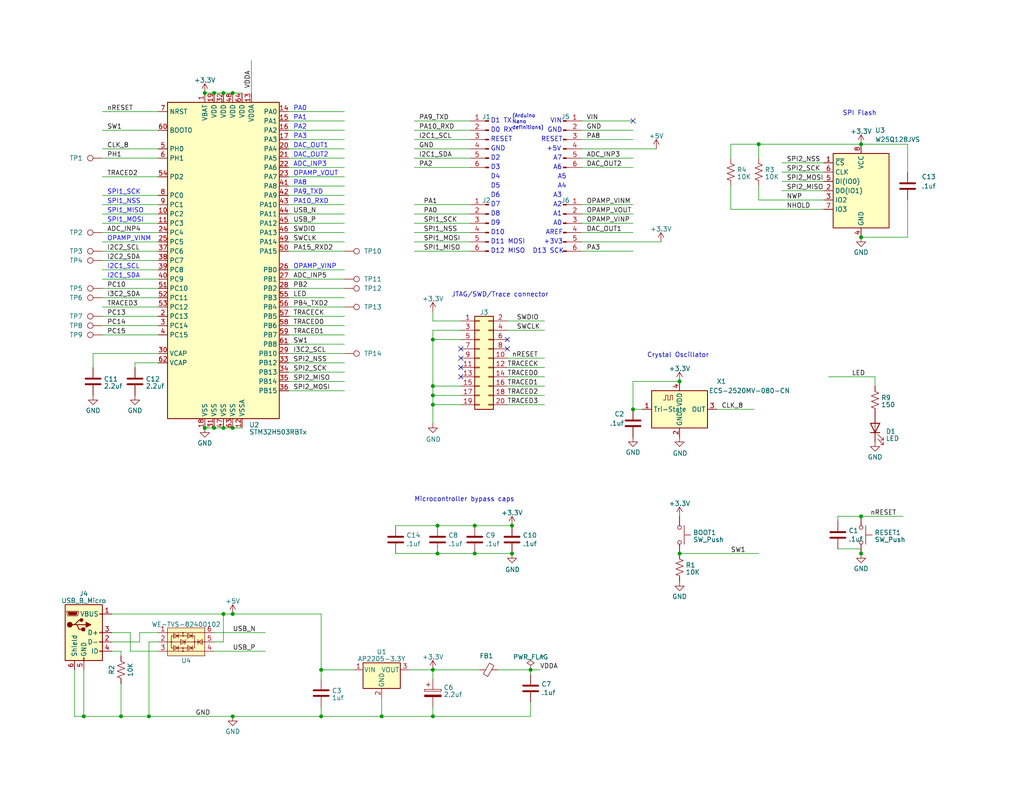
<source format=kicad_sch>
(kicad_sch (version 20230121) (generator eeschema)
  (paper "A")
  (title_block (title "STM32H503RB test board") (date "2023-04-01") (rev "0.1") (company "Bear Metal") (comment 1 "engdahl@windstream.net"))
  (lib_symbols
    (symbol "BearMetal:STM32H503RBTx"
      (property "Reference" "U" (at -15.24 44.45 0))
      (property "Value" "STM32H503RBTx" (at 10.16 44.45 0))
      (symbol "STM32H503RBTx_1_1"
        (pin power_in line (at -5.08 45.72 270) (length 2.54) (name "VBAT") (number "1"))
        (pin bidirectional line (at -17.78 12.7 0) (length 2.54) (name "PC2") (number "10"))
        (pin bidirectional line (at -17.78 10.16 0) (length 2.54) (name "PC3") (number "11"))
        (pin power_in line (at 5.08 -45.72 90) (length 2.54) (name "VSSA") (number "12"))
        (pin power_in line (at 7.62 45.72 270) (length 2.54) (name "VDDA") (number "13"))
        (pin bidirectional line (at 17.78 40.64 180) (length 2.54) (name "PA0") (number "14"))
        (pin bidirectional line (at 17.78 38.1 180) (length 2.54) (name "PA1") (number "15"))
        (pin bidirectional line (at 17.78 35.56 180) (length 2.54) (name "PA2") (number "16"))
        (pin bidirectional line (at 17.78 33.02 180) (length 2.54) (name "PA3") (number "17"))
        (pin power_in line (at -5.08 -45.72 90) (length 2.54) (name "VSS") (number "18"))
        (pin power_in line (at -2.54 45.72 270) (length 2.54) (name "VDD") (number "19"))
        (pin bidirectional line (at -17.78 -15.24 0) (length 2.54) (name "PC13") (number "2"))
        (pin bidirectional line (at 17.78 30.48 180) (length 2.54) (name "PA4") (number "20"))
        (pin bidirectional line (at 17.78 27.94 180) (length 2.54) (name "PA5") (number "21"))
        (pin bidirectional line (at 17.78 25.4 180) (length 2.54) (name "PA6") (number "22"))
        (pin bidirectional line (at 17.78 22.86 180) (length 2.54) (name "PA7") (number "23"))
        (pin bidirectional line (at -17.78 7.62 0) (length 2.54) (name "PC4") (number "24"))
        (pin bidirectional line (at -17.78 5.08 0) (length 2.54) (name "PC5") (number "25"))
        (pin bidirectional line (at 17.78 -2.54 180) (length 2.54) (name "PB0") (number "26"))
        (pin bidirectional line (at 17.78 -5.08 180) (length 2.54) (name "PB1") (number "27"))
        (pin bidirectional line (at 17.78 -7.62 180) (length 2.54) (name "PB2") (number "28"))
        (pin bidirectional line (at 17.78 -25.4 180) (length 2.54) (name "PB10") (number "29"))
        (pin bidirectional line (at -17.78 -17.78 0) (length 2.54) (name "PC14") (number "3"))
        (pin power_out line (at -17.78 -25.4 0) (length 2.54) (name "VCAP") (number "30"))
        (pin passive line (at -2.54 -45.72 90) (length 2.54) (name "VSS") (number "31"))
        (pin power_in line (at 0 45.72 270) (length 2.54) (name "VDD") (number "32"))
        (pin bidirectional line (at 17.78 -27.94 180) (length 2.54) (name "PB12") (number "33"))
        (pin bidirectional line (at 17.78 -30.48 180) (length 2.54) (name "PB13") (number "34"))
        (pin bidirectional line (at 17.78 -33.02 180) (length 2.54) (name "PB14") (number "35"))
        (pin bidirectional line (at 17.78 -35.56 180) (length 2.54) (name "PB15") (number "36"))
        (pin bidirectional line (at -17.78 2.54 0) (length 2.54) (name "PC6") (number "37"))
        (pin bidirectional line (at -17.78 0 0) (length 2.54) (name "PC7") (number "38"))
        (pin bidirectional line (at -17.78 -2.54 0) (length 2.54) (name "PC8") (number "39"))
        (pin bidirectional line (at -17.78 -20.32 0) (length 2.54) (name "PC15") (number "4"))
        (pin bidirectional line (at -17.78 -5.08 0) (length 2.54) (name "PC9") (number "40"))
        (pin bidirectional line (at 17.78 20.32 180) (length 2.54) (name "PA8") (number "41"))
        (pin bidirectional line (at 17.78 17.78 180) (length 2.54) (name "PA9") (number "42"))
        (pin bidirectional line (at 17.78 15.24 180) (length 2.54) (name "PA10") (number "43"))
        (pin bidirectional line (at 17.78 12.7 180) (length 2.54) (name "PA11") (number "44"))
        (pin bidirectional line (at 17.78 10.16 180) (length 2.54) (name "PA12") (number "45"))
        (pin bidirectional line (at 17.78 7.62 180) (length 2.54) (name "PA13") (number "46"))
        (pin passive line (at 0 -45.72 90) (length 2.54) (name "VSS") (number "47"))
        (pin power_in line (at 2.54 45.72 270) (length 2.54) (name "VDD") (number "48"))
        (pin bidirectional line (at 17.78 5.08 180) (length 2.54) (name "PA14") (number "49"))
        (pin bidirectional line (at -17.78 30.48 0) (length 2.54) (name "PH0") (number "5"))
        (pin bidirectional line (at 17.78 2.54 180) (length 2.54) (name "PA15") (number "50"))
        (pin bidirectional line (at -17.78 -7.62 0) (length 2.54) (name "PC10") (number "51"))
        (pin bidirectional line (at -17.78 -10.16 0) (length 2.54) (name "PC11") (number "52"))
        (pin bidirectional line (at -17.78 -12.7 0) (length 2.54) (name "PC12") (number "53"))
        (pin bidirectional line (at -17.78 22.86 0) (length 2.54) (name "PD2") (number "54"))
        (pin bidirectional line (at 17.78 -10.16 180) (length 2.54) (name "PB3") (number "55"))
        (pin bidirectional line (at 17.78 -12.7 180) (length 2.54) (name "PB4") (number "56"))
        (pin bidirectional line (at 17.78 -15.24 180) (length 2.54) (name "PB5") (number "57"))
        (pin bidirectional line (at 17.78 -17.78 180) (length 2.54) (name "PB6") (number "58"))
        (pin bidirectional line (at 17.78 -20.32 180) (length 2.54) (name "PB7") (number "59"))
        (pin bidirectional line (at -17.78 27.94 0) (length 2.54) (name "PH1") (number "6"))
        (pin input line (at -17.78 35.56 0) (length 2.54) (name "BOOT0") (number "60"))
        (pin bidirectional line (at 17.78 -22.86 180) (length 2.54) (name "PB8") (number "61"))
        (pin power_out line (at -17.78 -27.94 0) (length 2.54) (name "VCAP") (number "62"))
        (pin passive line (at 2.54 -45.72 90) (length 2.54) (name "VSS") (number "63"))
        (pin power_in line (at 5.08 45.72 270) (length 2.54) (name "VDD") (number "64"))
        (pin input line (at -17.78 40.64 0) (length 2.54) (name "NRST") (number "7"))
        (pin bidirectional line (at -17.78 17.78 0) (length 2.54) (name "PC0") (number "8"))
        (pin bidirectional line (at -17.78 15.24 0) (length 2.54) (name "PC1") (number "9"))
      )
    )
    (symbol "Connector:Conn_01x06_Pin" (pin_names (offset 1.016) hide)
      (property "Reference" "J" (at 0 7.62 0))
      (property "Value" "Conn_01x06_Pin" (at 0 -10.16 0))
      (symbol "Conn_01x06_Pin_1_1"
        (pin passive line (at 5.08 5.08 180) (length 3.81) (name "Pin_1") (number "1"))
        (pin passive line (at 5.08 2.54 180) (length 3.81) (name "Pin_2") (number "2"))
        (pin passive line (at 5.08 0 180) (length 3.81) (name "Pin_3") (number "3"))
        (pin passive line (at 5.08 -2.54 180) (length 3.81) (name "Pin_4") (number "4"))
        (pin passive line (at 5.08 -5.08 180) (length 3.81) (name "Pin_5") (number "5"))
        (pin passive line (at 5.08 -7.62 180) (length 3.81) (name "Pin_6") (number "6"))
      )
    )
    (symbol "Connector:TestPoint" (pin_numbers hide) (pin_names (offset 0.762) hide)
      (property "Reference" "TP" (at 0 6.858 0))
      (property "Value" "TestPoint" (at 0 5.08 0))
      (symbol "TestPoint_1_1"
        (pin passive line (at 0 0 90) (length 2.54) (name "1") (number "1"))
      )
    )
    (symbol "Connector:USB_B_Micro" (pin_names (offset 1.016))
      (property "Reference" "J" (at -5.08 11.43 0))
      (property "Value" "USB_B_Micro" (at -5.08 8.89 0))
      (symbol "USB_B_Micro_1_1"
        (pin power_out line (at 7.62 5.08 180) (length 2.54) (name "VBUS") (number "1"))
        (pin bidirectional line (at 7.62 -2.54 180) (length 2.54) (name "D-") (number "2"))
        (pin bidirectional line (at 7.62 0 180) (length 2.54) (name "D+") (number "3"))
        (pin passive line (at 7.62 -5.08 180) (length 2.54) (name "ID") (number "4"))
        (pin power_out line (at 0 -10.16 90) (length 2.54) (name "GND") (number "5"))
        (pin passive line (at -2.54 -10.16 90) (length 2.54) (name "Shield") (number "6"))
      )
    )
    (symbol "Connector_Generic:Conn_02x10_Odd_Even" (pin_names (offset 1.016) hide)
      (property "Reference" "J" (at 1.27 12.7 0))
      (property "Value" "Conn_02x10_Odd_Even" (at 1.27 -15.24 0))
      (symbol "Conn_02x10_Odd_Even_1_1"
        (pin passive line (at -5.08 10.16 0) (length 3.81) (name "Pin_1") (number "1"))
        (pin passive line (at 7.62 0 180) (length 3.81) (name "Pin_10") (number "10"))
        (pin passive line (at -5.08 -2.54 0) (length 3.81) (name "Pin_11") (number "11"))
        (pin passive line (at 7.62 -2.54 180) (length 3.81) (name "Pin_12") (number "12"))
        (pin passive line (at -5.08 -5.08 0) (length 3.81) (name "Pin_13") (number "13"))
        (pin passive line (at 7.62 -5.08 180) (length 3.81) (name "Pin_14") (number "14"))
        (pin passive line (at -5.08 -7.62 0) (length 3.81) (name "Pin_15") (number "15"))
        (pin passive line (at 7.62 -7.62 180) (length 3.81) (name "Pin_16") (number "16"))
        (pin passive line (at -5.08 -10.16 0) (length 3.81) (name "Pin_17") (number "17"))
        (pin passive line (at 7.62 -10.16 180) (length 3.81) (name "Pin_18") (number "18"))
        (pin passive line (at -5.08 -12.7 0) (length 3.81) (name "Pin_19") (number "19"))
        (pin passive line (at 7.62 10.16 180) (length 3.81) (name "Pin_2") (number "2"))
        (pin passive line (at 7.62 -12.7 180) (length 3.81) (name "Pin_20") (number "20"))
        (pin passive line (at -5.08 7.62 0) (length 3.81) (name "Pin_3") (number "3"))
        (pin passive line (at 7.62 7.62 180) (length 3.81) (name "Pin_4") (number "4"))
        (pin passive line (at -5.08 5.08 0) (length 3.81) (name "Pin_5") (number "5"))
        (pin passive line (at 7.62 5.08 180) (length 3.81) (name "Pin_6") (number "6"))
        (pin passive line (at -5.08 2.54 0) (length 3.81) (name "Pin_7") (number "7"))
        (pin passive line (at 7.62 2.54 180) (length 3.81) (name "Pin_8") (number "8"))
        (pin passive line (at -5.08 0 0) (length 3.81) (name "Pin_9") (number "9"))
      )
    )
    (symbol "Device:C" (pin_numbers hide) (pin_names (offset 0.254))
      (property "Reference" "C" (at 0.635 2.54 0))
      (property "Value" "C" (at 0.635 -2.54 0))
      (symbol "C_1_1"
        (pin passive line (at 0 3.81 270) (length 2.794) (name "~") (number "1"))
        (pin passive line (at 0 -3.81 90) (length 2.794) (name "~") (number "2"))
      )
    )
    (symbol "Device:C_Polarized" (pin_numbers hide) (pin_names (offset 0.254))
      (property "Reference" "C" (at 0.635 2.54 0))
      (property "Value" "C_Polarized" (at 0.635 -2.54 0))
      (symbol "C_Polarized_1_1"
        (pin passive line (at 0 3.81 270) (length 2.794) (name "~") (number "1"))
        (pin passive line (at 0 -3.81 90) (length 2.794) (name "~") (number "2"))
      )
    )
    (symbol "Device:FerriteBead_Small" (pin_numbers hide) (pin_names (offset 0))
      (property "Reference" "FB" (at 1.905 1.27 0))
      (property "Value" "FerriteBead_Small" (at 1.905 -1.27 0))
      (symbol "FerriteBead_Small_1_1"
        (pin passive line (at 0 2.54 270) (length 1.27) (name "~") (number "1"))
        (pin passive line (at 0 -2.54 90) (length 1.27) (name "~") (number "2"))
      )
    )
    (symbol "Device:LED" (pin_numbers hide) (pin_names (offset 1.016) hide)
      (property "Reference" "D" (at 0 2.54 0))
      (property "Value" "LED" (at 0 -2.54 0))
      (symbol "LED_1_1"
        (pin passive line (at -3.81 0 0) (length 2.54) (name "K") (number "1"))
        (pin passive line (at 3.81 0 180) (length 2.54) (name "A") (number "2"))
      )
    )
    (symbol "Device:R_US" (pin_numbers hide) (pin_names (offset 0))
      (property "Reference" "R" (at 2.54 0 90))
      (property "Value" "R_US" (at -2.54 0 90))
      (symbol "R_US_1_1"
        (pin passive line (at 0 3.81 270) (length 1.27) (name "~") (number "1"))
        (pin passive line (at 0 -3.81 90) (length 1.27) (name "~") (number "2"))
      )
    )
    (symbol "Memory_Flash:W25Q128JVS"
      (property "Reference" "U" (at -8.89 8.89 0))
      (property "Value" "W25Q128JVS" (at 7.62 8.89 0))
      (symbol "W25Q128JVS_1_1"
        (pin input line (at -10.16 7.62 0) (length 2.54) (name "~{CS}") (number "1"))
        (pin bidirectional line (at -10.16 0 0) (length 2.54) (name "DO(IO1)") (number "2"))
        (pin bidirectional line (at -10.16 -2.54 0) (length 2.54) (name "IO2") (number "3"))
        (pin power_in line (at 0 -12.7 90) (length 2.54) (name "GND") (number "4"))
        (pin bidirectional line (at -10.16 2.54 0) (length 2.54) (name "DI(IO0)") (number "5"))
        (pin input line (at -10.16 5.08 0) (length 2.54) (name "CLK") (number "6"))
        (pin bidirectional line (at -10.16 -5.08 0) (length 2.54) (name "IO3") (number "7"))
        (pin power_in line (at 0 12.7 270) (length 2.54) (name "VCC") (number "8"))
      )
    )
    (symbol "Oscillator:ECS-2520MV-xxx-xx"
      (property "Reference" "X" (at -5.08 6.35 0))
      (property "Value" "ECS-2520MV-xxx-xx" (at 1.27 -6.35 0))
      (symbol "ECS-2520MV-xxx-xx_1_1"
        (pin input line (at -10.16 0 0) (length 2.54) (name "Tri-State") (number "1"))
        (pin power_in line (at 0 -7.62 90) (length 2.54) (name "GND") (number "2"))
        (pin output line (at 10.16 0 180) (length 2.54) (name "OUT") (number "3"))
        (pin power_in line (at 0 7.62 270) (length 2.54) (name "VDD") (number "4"))
      )
    )
    (symbol "Power_Protection:WE-TVS-82400102"
      (property "Reference" "U" (at 0 7.62 0))
      (property "Value" "WE-TVS-82400102" (at 0 5.08 0))
      (symbol "WE-TVS-82400102_1_1"
        (pin passive line (at -7.62 2.54 0) (length 2.54) (name "~") (number "1"))
        (pin passive line (at -7.62 0 0) (length 2.54) (name "~") (number "2"))
        (pin passive line (at -7.62 -2.54 0) (length 2.54) (name "~") (number "3"))
        (pin passive line (at 7.62 -2.54 180) (length 2.54) (name "~") (number "4"))
        (pin passive line (at 7.62 0 180) (length 2.54) (name "~") (number "5"))
        (pin passive line (at 7.62 2.54 180) (length 2.54) (name "~") (number "6"))
      )
    )
    (symbol "Regulator_Linear:AP2204R-3.3" (pin_names (offset 0.254))
      (property "Reference" "U" (at -5.08 3.175 0))
      (property "Value" "AP2204R-3.3" (at 0 3.175 0))
      (symbol "AP2204R-3.3_1_1"
        (pin power_in line (at -7.62 0 0) (length 2.54) (name "VIN") (number "1"))
        (pin power_in line (at 0 -7.62 90) (length 2.54) (name "GND") (number "2"))
        (pin power_out line (at 7.62 0 180) (length 2.54) (name "VOUT") (number "3"))
      )
    )
    (symbol "Switch:SW_Push" (pin_numbers hide) (pin_names (offset 1.016) hide)
      (property "Reference" "SW" (at 1.27 2.54 0))
      (property "Value" "SW_Push" (at 0 -1.524 0))
      (symbol "SW_Push_0_1"
        (pin passive line (at -5.08 0 0) (length 2.54) (name "1") (number "1"))
        (pin passive line (at 5.08 0 180) (length 2.54) (name "2") (number "2"))
      )
    )
    (symbol "power:+3.3V" (power) (pin_names (offset 0))
      (property "Value" "+3.3V" (at 0 3.556 0))
      (symbol "+3.3V_1_1"
        (pin power_in line (at 0 0 90) (length 0) hide (name "+3.3V") (number "1"))
      )
    )
    (symbol "power:+5V" (power) (pin_names (offset 0))
      (property "Value" "+5V" (at 0 3.556 0))
      (symbol "+5V_1_1"
        (pin power_in line (at 0 0 90) (length 0) hide (name "+5V") (number "1"))
      )
    )
    (symbol "power:GND" (power) (pin_names (offset 0))
      (property "Value" "GND" (at 0 -3.81 0))
      (symbol "GND_1_1"
        (pin power_in line (at 0 0 270) (length 0) hide (name "GND") (number "1"))
      )
    )
    (symbol "power:PWR_FLAG" (power) (pin_numbers hide) (pin_names (offset 0) hide)
      (property "Value" "PWR_FLAG" (at 0 3.81 0))
      (symbol "PWR_FLAG_0_0"
        (pin power_out line (at 0 0 90) (length 0) (name "pwr") (number "1"))
      )
    )
  )
  (junction (at 60.96 25.4))
  (junction (at 234.95 64.77))
  (junction (at 139.7 151.13))
  (junction (at 234.95 39.37))
  (junction (at 118.11 110.49))
  (junction (at 63.5 195.58))
  (junction (at 87.63 195.58))
  (junction (at 119.38 151.13))
  (junction (at 55.88 25.4))
  (junction (at 63.5 25.4))
  (junction (at 60.96 116.84))
  (junction (at 58.42 25.4))
  (junction (at 118.11 195.58))
  (junction (at 185.42 104.14))
  (junction (at 129.54 151.13))
  (junction (at 63.5 167.64))
  (junction (at 40.64 195.58))
  (junction (at 118.11 105.41))
  (junction (at 87.63 182.88))
  (junction (at 234.95 140.97))
  (junction (at 172.72 111.76))
  (junction (at 58.42 116.84))
  (junction (at 33.02 195.58))
  (junction (at 60.96 167.64))
  (junction (at 185.42 151.13))
  (junction (at 118.11 182.88))
  (junction (at 207.01 39.37))
  (junction (at 119.38 143.51))
  (junction (at 129.54 143.51))
  (junction (at 22.86 195.58))
  (junction (at 118.11 92.71))
  (junction (at 55.88 116.84))
  (junction (at 234.95 151.13))
  (junction (at 139.7 143.51))
  (junction (at 118.11 107.95))
  (junction (at 104.14 195.58))
  (junction (at 63.5 116.84))
  (junction (at 144.78 182.88))
  (no_connect (at 138.43 92.71))
  (no_connect (at 125.73 97.79))
  (no_connect (at 172.72 33.02))
  (no_connect (at 125.73 95.25))
  (no_connect (at 125.73 102.87))
  (no_connect (at 138.43 95.25))
  (no_connect (at 125.73 100.33))
  (wire (pts (xy 118.11 182.88) (xy 118.11 185.42)))
  (wire (pts (xy 78.74 93.98) (xy 93.98 93.98)))
  (wire (pts (xy 78.74 35.56) (xy 93.98 35.56)))
  (wire (pts (xy 113.03 60.96) (xy 128.27 60.96)))
  (wire (pts (xy 158.75 68.58) (xy 172.72 68.58)))
  (wire (pts (xy 138.43 110.49) (xy 148.59 110.49)))
  (wire (pts (xy 78.74 63.5) (xy 93.98 63.5)))
  (wire (pts (xy 158.75 60.96) (xy 172.72 60.96)))
  (wire (pts (xy 158.75 66.04) (xy 180.34 66.04)))
  (wire (pts (xy 27.94 48.26) (xy 43.18 48.26)))
  (wire (pts (xy 158.75 45.72) (xy 172.72 45.72)))
  (wire (pts (xy 60.96 167.64) (xy 63.5 167.64)))
  (wire (pts (xy 40.64 175.26) (xy 40.64 195.58)))
  (wire (pts (xy 63.5 25.4) (xy 66.04 25.4)))
  (wire (pts (xy 27.94 30.48) (xy 43.18 30.48)))
  (wire (pts (xy 78.74 43.18) (xy 93.98 43.18)))
  (wire (pts (xy 113.03 45.72) (xy 128.27 45.72)))
  (wire (pts (xy 138.43 107.95) (xy 148.59 107.95)))
  (wire (pts (xy 33.02 186.69) (xy 33.02 195.58)))
  (wire (pts (xy 199.39 39.37) (xy 199.39 43.18)))
  (wire (pts (xy 129.54 151.13) (xy 139.7 151.13)))
  (wire (pts (xy 78.74 55.88) (xy 93.98 55.88)))
  (wire (pts (xy 78.74 38.1) (xy 93.98 38.1)))
  (wire (pts (xy 104.14 195.58) (xy 118.11 195.58)))
  (wire (pts (xy 104.14 190.5) (xy 104.14 195.58)))
  (wire (pts (xy 113.03 66.04) (xy 128.27 66.04)))
  (wire (pts (xy 63.5 116.84) (xy 66.04 116.84)))
  (wire (pts (xy 207.01 39.37) (xy 207.01 43.18)))
  (wire (pts (xy 125.73 107.95) (xy 118.11 107.95)))
  (wire (pts (xy 27.94 78.74) (xy 43.18 78.74)))
  (wire (pts (xy 113.03 43.18) (xy 128.27 43.18)))
  (wire (pts (xy 63.5 167.64) (xy 87.63 167.64)))
  (wire (pts (xy 78.74 48.26) (xy 93.98 48.26)))
  (wire (pts (xy 147.32 182.88) (xy 144.78 182.88)))
  (wire (pts (xy 148.59 90.17) (xy 138.43 90.17)))
  (wire (pts (xy 213.36 44.45) (xy 224.79 44.45)))
  (wire (pts (xy 35.56 177.8) (xy 43.18 177.8)))
  (wire (pts (xy 22.86 195.58) (xy 33.02 195.58)))
  (wire (pts (xy 125.73 105.41) (xy 118.11 105.41)))
  (wire (pts (xy 113.03 35.56) (xy 128.27 35.56)))
  (wire (pts (xy 27.94 76.2) (xy 43.18 76.2)))
  (wire (pts (xy 129.54 143.51) (xy 139.7 143.51)))
  (wire (pts (xy 228.6 142.24) (xy 228.6 140.97)))
  (wire (pts (xy 87.63 182.88) (xy 96.52 182.88)))
  (wire (pts (xy 113.03 63.5) (xy 128.27 63.5)))
  (wire (pts (xy 60.96 25.4) (xy 63.5 25.4)))
  (wire (pts (xy 113.03 68.58) (xy 128.27 68.58)))
  (wire (pts (xy 247.65 54.61) (xy 247.65 64.77)))
  (wire (pts (xy 158.75 43.18) (xy 172.72 43.18)))
  (wire (pts (xy 158.75 40.64) (xy 179.07 40.64)))
  (wire (pts (xy 87.63 193.04) (xy 87.63 195.58)))
  (wire (pts (xy 78.74 76.2) (xy 93.98 76.2)))
  (wire (pts (xy 234.95 39.37) (xy 207.01 39.37)))
  (wire (pts (xy 78.74 91.44) (xy 93.98 91.44)))
  (wire (pts (xy 27.94 35.56) (xy 43.18 35.56)))
  (wire (pts (xy 87.63 195.58) (xy 104.14 195.58)))
  (wire (pts (xy 247.65 39.37) (xy 234.95 39.37)))
  (wire (pts (xy 63.5 195.58) (xy 87.63 195.58)))
  (wire (pts (xy 27.94 83.82) (xy 43.18 83.82)))
  (wire (pts (xy 199.39 57.15) (xy 224.79 57.15)))
  (wire (pts (xy 58.42 25.4) (xy 60.96 25.4)))
  (wire (pts (xy 20.32 195.58) (xy 22.86 195.58)))
  (wire (pts (xy 228.6 140.97) (xy 234.95 140.97)))
  (wire (pts (xy 158.75 58.42) (xy 172.72 58.42)))
  (wire (pts (xy 213.36 49.53) (xy 224.79 49.53)))
  (wire (pts (xy 207.01 54.61) (xy 224.79 54.61)))
  (wire (pts (xy 118.11 92.71) (xy 118.11 105.41)))
  (wire (pts (xy 55.88 116.84) (xy 58.42 116.84)))
  (wire (pts (xy 68.58 16.51) (xy 68.58 25.4)))
  (wire (pts (xy 58.42 172.72) (xy 72.39 172.72)))
  (wire (pts (xy 27.94 73.66) (xy 43.18 73.66)))
  (wire (pts (xy 118.11 90.17) (xy 118.11 92.71)))
  (wire (pts (xy 138.43 97.79) (xy 148.59 97.79)))
  (wire (pts (xy 118.11 195.58) (xy 144.78 195.58)))
  (wire (pts (xy 138.43 105.41) (xy 148.59 105.41)))
  (wire (pts (xy 118.11 193.04) (xy 118.11 195.58)))
  (wire (pts (xy 27.94 91.44) (xy 43.18 91.44)))
  (wire (pts (xy 144.78 184.15) (xy 144.78 182.88)))
  (wire (pts (xy 40.64 195.58) (xy 63.5 195.58)))
  (wire (pts (xy 113.03 40.64) (xy 128.27 40.64)))
  (wire (pts (xy 60.96 116.84) (xy 63.5 116.84)))
  (wire (pts (xy 35.56 172.72) (xy 35.56 177.8)))
  (wire (pts (xy 138.43 100.33) (xy 148.59 100.33)))
  (wire (pts (xy 119.38 143.51) (xy 129.54 143.51)))
  (wire (pts (xy 118.11 110.49) (xy 125.73 110.49)))
  (wire (pts (xy 207.01 50.8) (xy 207.01 54.61)))
  (wire (pts (xy 60.96 167.64) (xy 60.96 175.26)))
  (wire (pts (xy 36.83 99.06) (xy 43.18 99.06)))
  (wire (pts (xy 30.48 175.26) (xy 38.1 175.26)))
  (wire (pts (xy 27.94 81.28) (xy 43.18 81.28)))
  (wire (pts (xy 78.74 104.14) (xy 93.98 104.14)))
  (wire (pts (xy 27.94 66.04) (xy 43.18 66.04)))
  (wire (pts (xy 30.48 177.8) (xy 33.02 177.8)))
  (wire (pts (xy 78.74 30.48) (xy 93.98 30.48)))
  (wire (pts (xy 30.48 172.72) (xy 35.56 172.72)))
  (wire (pts (xy 78.74 58.42) (xy 93.98 58.42)))
  (wire (pts (xy 213.36 52.07) (xy 224.79 52.07)))
  (wire (pts (xy 234.95 149.86) (xy 234.95 151.13)))
  (wire (pts (xy 226.06 102.87) (xy 238.76 102.87)))
  (wire (pts (xy 144.78 195.58) (xy 144.78 191.77)))
  (wire (pts (xy 195.58 111.76) (xy 205.74 111.76)))
  (wire (pts (xy 22.86 182.88) (xy 22.86 195.58)))
  (wire (pts (xy 78.74 33.02) (xy 93.98 33.02)))
  (wire (pts (xy 207.01 39.37) (xy 199.39 39.37)))
  (wire (pts (xy 158.75 33.02) (xy 172.72 33.02)))
  (wire (pts (xy 238.76 102.87) (xy 238.76 105.41)))
  (wire (pts (xy 172.72 104.14) (xy 172.72 111.76)))
  (wire (pts (xy 113.03 33.02) (xy 128.27 33.02)))
  (wire (pts (xy 27.94 86.36) (xy 43.18 86.36)))
  (wire (pts (xy 199.39 50.8) (xy 199.39 57.15)))
  (wire (pts (xy 78.74 101.6) (xy 93.98 101.6)))
  (wire (pts (xy 87.63 185.42) (xy 87.63 182.88)))
  (wire (pts (xy 78.74 53.34) (xy 93.98 53.34)))
  (wire (pts (xy 158.75 38.1) (xy 172.72 38.1)))
  (wire (pts (xy 158.75 63.5) (xy 172.72 63.5)))
  (wire (pts (xy 172.72 111.76) (xy 175.26 111.76)))
  (wire (pts (xy 78.74 73.66) (xy 93.98 73.66)))
  (wire (pts (xy 118.11 105.41) (xy 118.11 107.95)))
  (wire (pts (xy 111.76 182.88) (xy 118.11 182.88)))
  (wire (pts (xy 118.11 92.71) (xy 125.73 92.71)))
  (wire (pts (xy 38.1 172.72) (xy 43.18 172.72)))
  (wire (pts (xy 78.74 45.72) (xy 93.98 45.72)))
  (wire (pts (xy 107.95 143.51) (xy 119.38 143.51)))
  (wire (pts (xy 78.74 88.9) (xy 93.98 88.9)))
  (wire (pts (xy 247.65 46.99) (xy 247.65 39.37)))
  (wire (pts (xy 119.38 151.13) (xy 129.54 151.13)))
  (wire (pts (xy 33.02 195.58) (xy 40.64 195.58)))
  (wire (pts (xy 113.03 38.1) (xy 128.27 38.1)))
  (wire (pts (xy 25.4 96.52) (xy 25.4 100.33)))
  (wire (pts (xy 58.42 177.8) (xy 72.39 177.8)))
  (wire (pts (xy 78.74 83.82) (xy 93.98 83.82)))
  (wire (pts (xy 27.94 43.18) (xy 43.18 43.18)))
  (wire (pts (xy 135.89 182.88) (xy 144.78 182.88)))
  (wire (pts (xy 43.18 175.26) (xy 40.64 175.26)))
  (wire (pts (xy 87.63 167.64) (xy 87.63 182.88)))
  (wire (pts (xy 78.74 81.28) (xy 93.98 81.28)))
  (wire (pts (xy 113.03 58.42) (xy 128.27 58.42)))
  (wire (pts (xy 78.74 68.58) (xy 93.98 68.58)))
  (wire (pts (xy 27.94 88.9) (xy 43.18 88.9)))
  (wire (pts (xy 107.95 151.13) (xy 119.38 151.13)))
  (wire (pts (xy 113.03 55.88) (xy 128.27 55.88)))
  (wire (pts (xy 27.94 68.58) (xy 43.18 68.58)))
  (wire (pts (xy 78.74 66.04) (xy 93.98 66.04)))
  (wire (pts (xy 78.74 106.68) (xy 93.98 106.68)))
  (wire (pts (xy 78.74 50.8) (xy 93.98 50.8)))
  (wire (pts (xy 118.11 107.95) (xy 118.11 110.49)))
  (wire (pts (xy 27.94 63.5) (xy 43.18 63.5)))
  (wire (pts (xy 20.32 182.88) (xy 20.32 195.58)))
  (wire (pts (xy 78.74 86.36) (xy 93.98 86.36)))
  (wire (pts (xy 228.6 149.86) (xy 234.95 149.86)))
  (wire (pts (xy 118.11 87.63) (xy 118.11 85.09)))
  (wire (pts (xy 33.02 177.8) (xy 33.02 179.07)))
  (wire (pts (xy 78.74 99.06) (xy 93.98 99.06)))
  (wire (pts (xy 247.65 64.77) (xy 234.95 64.77)))
  (wire (pts (xy 125.73 90.17) (xy 118.11 90.17)))
  (wire (pts (xy 118.11 115.57) (xy 118.11 110.49)))
  (wire (pts (xy 27.94 40.64) (xy 43.18 40.64)))
  (wire (pts (xy 78.74 40.64) (xy 93.98 40.64)))
  (wire (pts (xy 138.43 102.87) (xy 148.59 102.87)))
  (wire (pts (xy 58.42 116.84) (xy 60.96 116.84)))
  (wire (pts (xy 27.94 71.12) (xy 43.18 71.12)))
  (wire (pts (xy 27.94 60.96) (xy 43.18 60.96)))
  (wire (pts (xy 78.74 78.74) (xy 93.98 78.74)))
  (wire (pts (xy 78.74 96.52) (xy 93.98 96.52)))
  (wire (pts (xy 43.18 96.52) (xy 25.4 96.52)))
  (wire (pts (xy 38.1 175.26) (xy 38.1 172.72)))
  (wire (pts (xy 78.74 60.96) (xy 93.98 60.96)))
  (wire (pts (xy 125.73 87.63) (xy 118.11 87.63)))
  (wire (pts (xy 55.88 25.4) (xy 58.42 25.4)))
  (wire (pts (xy 207.01 151.13) (xy 185.42 151.13)))
  (wire (pts (xy 30.48 167.64) (xy 60.96 167.64)))
  (wire (pts (xy 36.83 100.33) (xy 36.83 99.06)))
  (wire (pts (xy 158.75 55.88) (xy 172.72 55.88)))
  (wire (pts (xy 148.59 87.63) (xy 138.43 87.63)))
  (wire (pts (xy 172.72 104.14) (xy 185.42 104.14)))
  (wire (pts (xy 27.94 53.34) (xy 43.18 53.34)))
  (wire (pts (xy 234.95 140.97) (xy 246.38 140.97)))
  (wire (pts (xy 27.94 58.42) (xy 43.18 58.42)))
  (wire (pts (xy 118.11 182.88) (xy 130.81 182.88)))
  (wire (pts (xy 27.94 55.88) (xy 43.18 55.88)))
  (wire (pts (xy 213.36 46.99) (xy 224.79 46.99)))
  (wire (pts (xy 58.42 175.26) (xy 60.96 175.26)))
  (wire (pts (xy 158.75 35.56) (xy 172.72 35.56)))
  (text "A1" (at 150.876 59.182 0) (effects (font (size 1.27 1.27)) (justify left bottom)))
  (text "+3V3" (at 148.336 66.802 0) (effects (font (size 1.27 1.27)) (justify left bottom)))
  (text "SPI Flash" (at 229.87 31.75 0) (effects (font (size 1.27 1.27)) (justify left bottom)))
  (text "D5" (at 133.858 51.562 0) (effects (font (size 1.27 1.27)) (justify left bottom)))
  (text "A0" (at 150.876 61.722 0) (effects (font (size 1.27 1.27)) (justify left bottom)))
  (text "A2" (at 150.876 56.642 0) (effects (font (size 1.27 1.27)) (justify left bottom)))
  (text "VIN" (at 150.114 33.782 0) (effects (font (size 1.27 1.27)) (justify left bottom)))
  (text "+5V" (at 149.098 41.402 0) (effects (font (size 1.27 1.27)) (justify left bottom)))
  (text "GND" (at 149.352 36.322 0) (effects (font (size 1.27 1.27)) (justify left bottom)))
  (text "Microcontroller bypass caps" (at 113.03 137.16 0) (effects (font (size 1.27 1.27)) (justify left bottom)))
  (text "      A5" (at 146.304 49.022 0) (effects (font (size 1.27 1.27)) (justify left bottom)))
  (text "D13 SCK" (at 145.288 69.342 0) (effects (font (size 1.27 1.27)) (justify left bottom)))
  (text "D12 MISO" (at 133.858 69.342 0) (effects (font (size 1.27 1.27)) (justify left bottom)))
  (text "Crystal Oscillator" (at 176.53 97.79 0) (effects (font (size 1.27 1.27)) (justify left bottom)))
  (text "      A4" (at 146.304 51.562 0) (effects (font (size 1.27 1.27)) (justify left bottom)))
  (text "D9" (at 133.858 61.722 0) (effects (font (size 1.27 1.27)) (justify left bottom)))
  (text "D1 TX" (at 133.858 33.782 0) (effects (font (size 1.27 1.27)) (justify left bottom)))
  (text "RESET" (at 133.858 38.862 0) (effects (font (size 1.27 1.27)) (justify left bottom)))
  (text "GND" (at 133.858 41.402 0) (effects (font (size 1.27 1.27)) (justify left bottom)))
  (text "JTAG/SWD/Trace connector" (at 123.19 81.28 0) (effects (font (size 1.27 1.27)) (justify left bottom)))
  (text "D4" (at 133.858 49.022 0) (effects (font (size 1.27 1.27)) (justify left bottom)))
  (text "D7" (at 133.858 56.642 0) (effects (font (size 1.27 1.27)) (justify left bottom)))
  (text "D6" (at 133.858 54.102 0) (effects (font (size 1.27 1.27)) (justify left bottom)))
  (text "D11 MOSI" (at 133.858 66.802 0) (effects (font (size 1.27 1.27)) (justify left bottom)))
  (text "D8" (at 133.858 59.182 0) (effects (font (size 1.27 1.27)) (justify left bottom)))
  (text "D0 RX" (at 133.858 36.322 0) (effects (font (size 1.27 1.27)) (justify left bottom)))
  (text "(Arduino\nNano\ndefinitions)" (at 139.7 35.56 0) (effects (font (size 1 1)) (justify left bottom)))
  (text "A3" (at 150.876 54.102 0) (effects (font (size 1.27 1.27)) (justify left bottom)))
  (text "A7" (at 150.876 43.942 0) (effects (font (size 1.27 1.27)) (justify left bottom)))
  (text "RESET" (at 147.574 38.862 0) (effects (font (size 1.27 1.27)) (justify left bottom)))
  (text "AREF" (at 148.844 64.262 0) (effects (font (size 1.27 1.27)) (justify left bottom)))
  (text "D2" (at 133.858 43.942 0) (effects (font (size 1.27 1.27)) (justify left bottom)))
  (text "D3" (at 133.858 46.482 0) (effects (font (size 1.27 1.27)) (justify left bottom)))
  (text "D10" (at 133.858 64.262 0) (effects (font (size 1.27 1.27)) (justify left bottom)))
  (text "A6" (at 150.876 46.482 0) (effects (font (size 1.27 1.27)) (justify left bottom)))
  (label "DAC_OUT1" (at 160.02 63.5 0))
  (label "SPI1_MISO" (at 115.57 68.58 0))
  (label "PA3" (at 80.01 38.1 0))
  (label "TRACED3" (at 29.21 83.82 0))
  (label "PC10" (at 29.21 78.74 0))
  (label "PH1" (at 29.21 43.18 0))
  (label "TRACED2" (at 29.21 48.26 0))
  (label "SWDIO" (at 140.97 87.63 0))
  (label "PB2" (at 80.01 78.74 0))
  (label "OPAMP_VINM" (at 160.02 55.88 0))
  (label "PA1" (at 80.01 33.02 0))
  (label "SW1" (at 29.21 35.56 0))
  (label "ADC_INP3" (at 80.01 45.72 0))
  (label "SWDIO" (at 80.01 63.5 0))
  (label "PA3" (at 160.02 68.58 0))
  (label "SPI2_SCK" (at 80.01 101.6 0))
  (label "CLK_8" (at 29.21 40.64 0))
  (label "SPI2_NSS" (at 80.01 99.06 0))
  (label "TRACED2" (at 138.43 107.95 0))
  (label "PC15" (at 29.21 91.44 0))
  (label "SPI2_MISO" (at 214.63 52.07 0))
  (label "USB_N" (at 63.5 172.72 0))
  (label "VDDA" (at 147.32 182.88 0))
  (label "SW1" (at 199.39 151.13 0))
  (label "PA8" (at 160.02 38.1 0))
  (label "I3C2_SDA" (at 29.21 81.28 0))
  (label "USB_P" (at 80.01 60.96 0))
  (label "I2C1_SDA" (at 114.3 43.18 0))
  (label "SPI1_MOSI" (at 115.57 66.04 0))
  (label "SPI2_MOSI" (at 80.01 106.68 0))
  (label "GND" (at 160.02 35.56 0))
  (label "GND" (at 53.34 195.58 0))
  (label "I2C2_SDA" (at 29.21 71.12 0))
  (label "PC13" (at 29.21 86.36 0))
  (label "TRACED1" (at 138.43 105.41 0))
  (label "SWCLK" (at 80.01 66.04 0))
  (label "OPAMP_VINP" (at 160.02 60.96 0))
  (label "SW1" (at 80.01 93.98 0))
  (label "PA9_TXD" (at 114.3 33.02 0))
  (label "TRACED3" (at 138.43 110.49 0))
  (label "DAC_OUT2" (at 160.02 45.72 0))
  (label "LED" (at 232.41 102.87 0))
  (label "nRESET" (at 139.7 97.79 0))
  (label "SPI2_MOSI" (at 214.63 49.53 0))
  (label "PA10_RXD" (at 114.3 35.56 0))
  (label "SPI2_NSS" (at 214.63 44.45 0))
  (label "OPAMP_VINM" (at 29.21 66.04 0))
  (label "VIN" (at 160.02 33.02 0))
  (label "TRACED0" (at 80.01 88.9 0))
  (label "OPAMP_VINP" (at 80.01 73.66 0))
  (label "USB_N" (at 80.01 58.42 0))
  (label "OPAMP_VOUT" (at 160.02 58.42 0))
  (label "SPI1_NSS" (at 115.57 63.5 0))
  (label "I2C2_SCL" (at 29.21 68.58 0))
  (label "SPI1_NSS" (at 29.21 55.88 0))
  (label "I2C1_SCL" (at 29.21 73.66 0))
  (label "SPI1_MISO" (at 29.21 58.42 0))
  (label "SWCLK" (at 140.97 90.17 0))
  (label "PA8" (at 80.01 50.8 0))
  (label "DAC_OUT1" (at 80.01 40.64 0))
  (label "SPI2_MISO" (at 80.01 104.14 0))
  (label "PB4_TXD2" (at 80.01 83.82 0))
  (label "PA10_RXD" (at 80.01 55.88 0))
  (label "NWP" (at 214.63 54.61 0))
  (label "I2C1_SCL" (at 114.3 38.1 0))
  (label "OPAMP_VOUT" (at 80.01 48.26 0))
  (label "VDDA" (at 68.58 24.13 90))
  (label "SPI1_SCK" (at 115.57 60.96 0))
  (label "nRESET" (at 29.21 30.48 0))
  (label "TRACED1" (at 80.01 91.44 0))
  (label "ADC_INP4" (at 29.21 63.5 0))
  (label "TRACED0" (at 138.43 102.87 0))
  (label "USB_P" (at 63.5 177.8 0))
  (label "I2C1_SDA" (at 29.21 76.2 0))
  (label "CLK_8" (at 196.85 111.76 0))
  (label "PA2" (at 114.3 45.72 0))
  (label "PA2" (at 80.01 35.56 0))
  (label "ADC_INP5" (at 80.01 76.2 0))
  (label "PA9_TXD" (at 80.01 53.34 0))
  (label "GND" (at 114.3 40.64 0))
  (label "ADC_INP3" (at 160.02 43.18 0))
  (label "SPI1_SCK" (at 29.21 53.34 0))
  (label "nRESET" (at 237.49 140.97 0))
  (label "TRACECK" (at 80.01 86.36 0))
  (label "LED" (at 80.01 81.28 0))
  (label "NHOLD" (at 214.63 57.15 0))
  (label "SPI2_SCK" (at 214.63 46.99 0))
  (label "PA1" (at 115.57 55.88 0))
  (label "PC14" (at 29.21 88.9 0))
  (label "PA0" (at 115.57 58.42 0))
  (label "DAC_OUT2" (at 80.01 43.18 0))
  (label "PA15_RXD2" (at 80.01 68.58 0))
  (label "TRACECK" (at 138.43 100.33 0))
  (label "I3C2_SCL" (at 80.01 96.52 0))
  (label "PA0" (at 80.01 30.48 0))
  (label "SPI1_MOSI" (at 29.21 60.96 0))
  (symbol (lib_id "Connector:TestPoint") (at 27.94 68.58 90) (unit 1)
    (property "Reference" "TP3" (at 22.606 68.58 90) (effects (justify left)))
    (property "Value" "TestPoint" (effects hide))
    (property "Footprint" "BearMetal:TestPoint_THTPad_D1.0mm_Drill0.5mm_min" (effects hide))
  )
  (symbol (lib_id "Connector:Conn_01x06_Pin") (at 153.67 38.1 0) (unit 1)
    (property "Reference" "J5" (at 154.305 31.8549 0))
    (property "Value" "Conn_01x06_Pin" (effects hide))
    (property "Footprint" "BearMetal:PinHeader_1x06_P2.54mm_Vertical__min" (effects hide))
  )
  (symbol (lib_id "Oscillator:ECS-2520MV-xxx-xx") (at 185.42 111.76 0) (unit 1)
    (property "Reference" "X1" (at 196.85 104.14 0))
    (property "Value" "ECS-2520MV-080-CN" (at 204.47 106.68 0))
    (property "Footprint" "Oscillator:Oscillator_SMD_ECS_2520MV-xxx-xx-4Pin_2.5x2.0mm" (effects hide))
    (property "Datasheet" "https://www.digikey.com/en/products/detail/ecs-inc/ECS-2520MV-080-CN-TR/9742386" (effects hide))
  )
  (symbol (lib_id "Connector:TestPoint") (at 27.94 63.5 90) (unit 1)
    (property "Reference" "TP2" (at 22.606 63.5 90) (effects (justify left)))
    (property "Value" "TestPoint" (effects hide))
    (property "Footprint" "BearMetal:TestPoint_THTPad_D1.0mm_Drill0.5mm_min" (effects hide))
  )
  (symbol (lib_id "power:GND") (at 118.11 115.57 0) (unit 1)
    (property "Reference" "#PWR02" (effects hide))
    (property "Value" "GND" (at 118.237 119.9642 0))
  )
  (symbol (lib_id "Connector:Conn_01x06_Pin") (at 133.35 60.96 0) (mirror y) (unit 1)
    (property "Reference" "J2" (at 132.715 54.7149 0))
    (property "Value" "Conn_01x06_Pin" (effects hide))
    (property "Footprint" "BearMetal:PinHeader_1x06_P2.54mm_Vertical__min" (effects hide))
  )
  (symbol (lib_id "Connector:USB_B_Micro") (at 22.86 172.72 0) (unit 1)
    (property "Reference" "J4" (at 22.86 162.0901 0))
    (property "Value" "USB_B_Micro" (at 22.86 164.0111 0))
    (property "Footprint" "Connector_USB:USB_Micro-B_Amphenol_10118194_Horizontal" (effects hide))
    (property "Datasheet" "https://www.digikey.com/en/products/detail/amphenol-cs-fci/10118194-0001LF/2785389" (effects hide))
  )
  (symbol (lib_id "Connector:TestPoint") (at 27.94 91.44 90) (unit 1)
    (property "Reference" "TP9" (at 22.606 91.44 90) (effects (justify left)))
    (property "Value" "TestPoint" (effects hide))
    (property "Footprint" "BearMetal:TestPoint_THTPad_D1.0mm_Drill0.5mm_min" (effects hide))
  )
  (symbol (lib_id "Device:C_Polarized") (at 118.11 189.23 0) (unit 1)
    (property "Reference" "C6" (at 121.031 187.6973 0) (effects (justify left)))
    (property "Value" "2.2uf" (at 121.031 189.6183 0) (effects (justify left)))
    (property "Footprint" "Capacitor_SMD:C_0805_2012Metric" (effects hide))
  )
  (symbol (lib_id "Device:R_US") (at 207.01 46.99 0) (unit 1)
    (property "Reference" "R3" (at 208.661 46.3463 0) (effects (justify left)))
    (property "Value" "10K" (at 208.661 48.2673 0) (effects (justify left)))
    (property "Footprint" "Resistor_SMD:R_0805_2012Metric" (effects hide))
  )
  (symbol (lib_id "Device:R_US") (at 238.76 109.22 180) (unit 1)
    (property "Reference" "R9" (at 240.411 108.5763 0) (effects (justify right)))
    (property "Value" "150" (at 240.411 110.4973 0) (effects (justify right)))
    (property "Footprint" "Resistor_SMD:R_0805_2012Metric" (effects hide))
  )
  (symbol (lib_id "power:+5V") (at 179.07 40.64 0) (unit 1)
    (property "Reference" "#PWR017" (effects hide))
    (property "Value" "+5V" (at 179.07 37.1381 0))
  )
  (symbol (lib_id "Connector_Generic:Conn_02x10_Odd_Even") (at 130.81 97.79 0) (unit 1)
    (property "Reference" "J3" (at 132.08 85.2711 0))
    (property "Value" "Conn_02x10_Odd_Even" (effects hide))
    (property "Footprint" "Connector_PinHeader_1.27mm:PinHeader_2x10_P1.27mm_Vertical" (effects hide))
    (property "Datasheet" "https://www.digikey.com/en/products/detail/sullins-connector-solutions/GRPB102VWVN-RC/1786460" (effects hide))
  )
  (symbol (lib_id "Device:C") (at 139.7 147.32 0) (unit 1)
    (property "Reference" "C10" (at 142.621 146.1516 0) (effects (justify left)))
    (property "Value" ".1uf" (at 142.621 148.463 0) (effects (justify left)))
    (property "Footprint" "Capacitor_SMD:C_0603_1608Metric" (effects hide))
  )
  (symbol (lib_id "Connector:Conn_01x06_Pin") (at 133.35 38.1 0) (mirror y) (unit 1)
    (property "Reference" "J1" (at 132.715 31.8549 0))
    (property "Value" "Conn_01x06_Pin" (effects hide))
    (property "Footprint" "BearMetal:PinHeader_1x06_P2.54mm_Vertical__min" (effects hide))
  )
  (symbol (lib_id "Memory_Flash:W25Q128JVS") (at 234.95 52.07 0) (unit 1)
    (property "Reference" "U3" (at 238.76 35.56 0) (effects (justify left)))
    (property "Value" "W25Q128JVS" (at 238.76 38.1 0) (effects (justify left)))
    (property "Footprint" "Package_SO:SOIC-8_5.23x5.23mm_P1.27mm" (effects hide))
    (property "Datasheet" "http://www.winbond.com/resource-files/w25q128jv_dtr%20revc%2003272018%20plus.pdf" (effects hide))
  )
  (symbol (lib_id "Connector:TestPoint") (at 93.98 76.2 270) (unit 1)
    (property "Reference" "TP11" (at 99.314 76.2 90) (effects (justify left)))
    (property "Value" "TestPoint" (effects hide))
    (property "Footprint" "BearMetal:TestPoint_THTPad_D1.0mm_Drill0.5mm_min" (effects hide))
  )
  (symbol (lib_id "power:+5V") (at 63.5 167.64 0) (unit 1)
    (property "Reference" "#PWR07" (effects hide))
    (property "Value" "+5V" (at 63.5 164.1381 0))
  )
  (symbol (lib_id "power:PWR_FLAG") (at 144.78 182.88 0) (unit 1)
    (property "Reference" "#FLG01" (effects hide))
    (property "Value" "PWR_FLAG" (at 144.78 179.3781 0))
  )
  (symbol (lib_id "power:GND") (at 185.42 158.75 0) (unit 1)
    (property "Reference" "#PWR04" (effects hide))
    (property "Value" "GND" (at 185.42 162.8855 0))
  )
  (symbol (lib_id "Device:C") (at 87.63 189.23 0) (unit 1)
    (property "Reference" "C3" (at 90.551 188.5863 0) (effects (justify left)))
    (property "Value" "1uf" (at 90.551 190.5073 0) (effects (justify left)))
    (property "Footprint" "Capacitor_SMD:C_0805_2012Metric" (effects hide))
  )
  (symbol (lib_id "power:+3.3V") (at 234.95 39.37 0) (unit 1)
    (property "Reference" "#PWR014" (effects hide))
    (property "Value" "+3.3V" (at 234.95 35.8681 0))
  )
  (symbol (lib_id "Device:C") (at 25.4 104.14 0) (unit 1)
    (property "Reference" "C11" (at 28.321 103.4963 0) (effects (justify left)))
    (property "Value" "2.2uf" (at 28.321 105.4173 0) (effects (justify left)))
    (property "Footprint" "Capacitor_SMD:C_0805_2012Metric" (effects hide))
  )
  (symbol (lib_id "power:GND") (at 63.5 195.58 0) (unit 1)
    (property "Reference" "#PWR08" (effects hide))
    (property "Value" "GND" (at 63.5 199.7155 0))
  )
  (symbol (lib_id "power:+3.3V") (at 118.11 85.09 0) (unit 1)
    (property "Reference" "#PWR01" (effects hide))
    (property "Value" "+3.3V" (at 118.11 81.5881 0))
  )
  (symbol (lib_id "Device:C") (at 228.6 146.05 0) (unit 1)
    (property "Reference" "C1" (at 231.521 144.8816 0) (effects (justify left)))
    (property "Value" ".1uf" (at 231.521 147.193 0) (effects (justify left)))
    (property "Footprint" "Capacitor_SMD:C_0603_1608Metric" (effects hide))
  )
  (symbol (lib_id "Switch:SW_Push") (at 185.42 146.05 270) (unit 1)
    (property "Reference" "BOOT1" (at 189.103 145.4063 90) (effects (justify left)))
    (property "Value" "SW_Push" (at 189.103 147.3273 90) (effects (justify left)))
    (property "Footprint" "Button_Switch_SMD:SW_SPST_B3U-1000P" (effects hide))
    (property "Datasheet" "https://www.digikey.com/en/products/detail/omron-electronics-inc-emc-div/B3U-1000P/1534338" (effects hide))
  )
  (symbol (lib_id "Device:C") (at 172.72 115.57 0) (unit 1)
    (property "Reference" "C2" (at 167.64 113.03 0) (effects (justify left)))
    (property "Value" ".1uf" (at 166.37 115.57 0) (effects (justify left)))
    (property "Footprint" "Capacitor_SMD:C_0603_1608Metric" (effects hide))
  )
  (symbol (lib_id "Device:R_US") (at 199.39 46.99 0) (unit 1)
    (property "Reference" "R4" (at 201.041 46.3463 0) (effects (justify left)))
    (property "Value" "10K" (at 201.041 48.2673 0) (effects (justify left)))
    (property "Footprint" "Resistor_SMD:R_0805_2012Metric" (effects hide))
  )
  (symbol (lib_id "power:+3.3V") (at 55.88 25.4 0) (unit 1)
    (property "Reference" "#PWR012" (effects hide))
    (property "Value" "+3.3V" (at 55.88 21.8981 0))
  )
  (symbol (lib_id "Connector:TestPoint") (at 27.94 86.36 90) (unit 1)
    (property "Reference" "TP7" (at 22.606 86.36 90) (effects (justify left)))
    (property "Value" "TestPoint" (effects hide))
    (property "Footprint" "BearMetal:TestPoint_THTPad_D1.0mm_Drill0.5mm_min" (effects hide))
  )
  (symbol (lib_id "power:GND") (at 36.83 107.95 0) (unit 1)
    (property "Reference" "#PWR022" (effects hide))
    (property "Value" "GND" (at 36.83 112.0855 0))
  )
  (symbol (lib_id "Connector:TestPoint") (at 93.98 96.52 270) (unit 1)
    (property "Reference" "TP14" (at 99.314 96.52 90) (effects (justify left)))
    (property "Value" "TestPoint" (effects hide))
    (property "Footprint" "BearMetal:TestPoint_THTPad_D1.0mm_Drill0.5mm_min" (effects hide))
  )
  (symbol (lib_id "Connector:TestPoint") (at 27.94 43.18 90) (unit 1)
    (property "Reference" "TP1" (at 22.606 43.18 90) (effects (justify left)))
    (property "Value" "TestPoint" (effects hide))
    (property "Footprint" "BearMetal:TestPoint_THTPad_D1.0mm_Drill0.5mm_min" (effects hide))
  )
  (symbol (lib_id "Connector:Conn_01x06_Pin") (at 153.67 60.96 0) (unit 1)
    (property "Reference" "J6" (at 154.305 54.7149 0))
    (property "Value" "Conn_01x06_Pin" (effects hide))
    (property "Footprint" "BearMetal:PinHeader_1x06_P2.54mm_Vertical__min" (effects hide))
  )
  (symbol (lib_id "Connector:TestPoint") (at 27.94 81.28 90) (unit 1)
    (property "Reference" "TP6" (at 22.606 81.28 90) (effects (justify left)))
    (property "Value" "TestPoint" (effects hide))
    (property "Footprint" "BearMetal:TestPoint_THTPad_D1.0mm_Drill0.5mm_min" (effects hide))
  )
  (symbol (lib_id "Device:FerriteBead_Small") (at 133.35 182.88 90) (unit 1)
    (property "Reference" "FB1" (at 134.62 179.07 90) (effects (justify left)))
    (property "Value" "~" (at 148.59 179.07 90) (effects (justify left)))
    (property "Footprint" "Capacitor_SMD:C_0805_2012Metric_Pad1.18x1.45mm_HandSolder" (effects hide))
    (property "Datasheet" "https://www.digikey.com/en/products/detail/bourns-inc/MH2029-601Y/1970502" (effects hide))
  )
  (symbol (lib_id "Device:R_US") (at 185.42 154.94 0) (unit 1)
    (property "Reference" "R1" (at 187.071 154.2963 0) (effects (justify left)))
    (property "Value" "10K" (at 187.071 156.2173 0) (effects (justify left)))
    (property "Footprint" "Resistor_SMD:R_0805_2012Metric" (effects hide))
  )
  (symbol (lib_id "power:GND") (at 234.95 64.77 0) (unit 1)
    (property "Reference" "#PWR023" (effects hide))
    (property "Value" "GND" (at 234.95 68.9055 0))
  )
  (symbol (lib_id "Device:C") (at 247.65 50.8 0) (unit 1)
    (property "Reference" "C13" (at 251.46 48.26 0) (effects (justify left)))
    (property "Value" ".1uf" (at 251.46 50.8 0) (effects (justify left)))
    (property "Footprint" "Capacitor_SMD:C_0603_1608Metric" (effects hide))
  )
  (symbol (lib_id "Device:C") (at 36.83 104.14 0) (unit 1)
    (property "Reference" "C12" (at 39.751 103.4963 0) (effects (justify left)))
    (property "Value" "2.2uf" (at 39.751 105.4173 0) (effects (justify left)))
    (property "Footprint" "Capacitor_SMD:C_0805_2012Metric" (effects hide))
  )
  (symbol (lib_id "Device:R_US") (at 33.02 182.88 180) (unit 1)
    (property "Reference" "R2" (at 30.48 182.88 90))
    (property "Value" "10K" (at 35.56 182.88 90))
    (property "Footprint" "Resistor_SMD:R_0805_2012Metric" (effects hide))
  )
  (symbol (lib_id "power:GND") (at 25.4 107.95 0) (unit 1)
    (property "Reference" "#PWR021" (effects hide))
    (property "Value" "GND" (at 25.4 112.0855 0))
  )
  (symbol (lib_id "power:GND") (at 234.95 151.13 0) (unit 1)
    (property "Reference" "#PWR05" (effects hide))
    (property "Value" "GND" (at 234.95 155.2655 0))
  )
  (symbol (lib_id "Connector:TestPoint") (at 27.94 78.74 90) (unit 1)
    (property "Reference" "TP5" (at 22.606 78.74 90) (effects (justify left)))
    (property "Value" "TestPoint" (effects hide))
    (property "Footprint" "BearMetal:TestPoint_THTPad_D1.0mm_Drill0.5mm_min" (effects hide))
  )
  (symbol (lib_id "power:+3.3V") (at 185.42 140.97 0) (unit 1)
    (property "Reference" "#PWR03" (effects hide))
    (property "Value" "+3.3V" (at 185.42 137.4681 0))
  )
  (symbol (lib_id "Connector:TestPoint") (at 27.94 88.9 90) (unit 1)
    (property "Reference" "TP8" (at 22.606 88.9 90) (effects (justify left)))
    (property "Value" "TestPoint" (effects hide))
    (property "Footprint" "BearMetal:TestPoint_THTPad_D1.0mm_Drill0.5mm_min" (effects hide))
  )
  (symbol (lib_id "power:+3.3V") (at 185.42 104.14 0) (unit 1)
    (property "Reference" "#PWR09" (effects hide))
    (property "Value" "+3.3V" (at 185.42 100.6381 0))
  )
  (symbol (lib_id "Device:C") (at 129.54 147.32 0) (unit 1)
    (property "Reference" "C9" (at 132.461 146.1516 0) (effects (justify left)))
    (property "Value" ".1uf" (at 132.461 148.463 0) (effects (justify left)))
    (property "Footprint" "Capacitor_SMD:C_0603_1608Metric" (effects hide))
  )
  (symbol (lib_id "Device:C") (at 107.95 147.32 0) (unit 1)
    (property "Reference" "C14" (at 110.871 146.1516 0) (effects (justify left)))
    (property "Value" ".1uf" (at 110.871 148.463 0) (effects (justify left)))
    (property "Footprint" "Capacitor_SMD:C_0603_1608Metric" (effects hide))
  )
  (symbol (lib_id "Device:C") (at 144.78 187.96 0) (unit 1)
    (property "Reference" "C7" (at 147.701 186.7916 0) (effects (justify left)))
    (property "Value" ".1uf" (at 147.701 189.103 0) (effects (justify left)))
    (property "Footprint" "Capacitor_SMD:C_0603_1608Metric" (effects hide))
  )
  (symbol (lib_id "power:GND") (at 185.42 119.38 0) (unit 1)
    (property "Reference" "#PWR010" (effects hide))
    (property "Value" "GND" (at 185.547 123.7742 0))
  )
  (symbol (lib_id "Connector:TestPoint") (at 93.98 68.58 270) (unit 1)
    (property "Reference" "TP10" (at 99.314 68.58 90) (effects (justify left)))
    (property "Value" "TestPoint" (effects hide))
    (property "Footprint" "BearMetal:TestPoint_THTPad_D1.0mm_Drill0.5mm_min" (effects hide))
  )
  (symbol (lib_id "power:+3.3V") (at 139.7 143.51 0) (unit 1)
    (property "Reference" "#PWR015" (effects hide))
    (property "Value" "+3.3V" (at 139.7 140.0081 0))
  )
  (symbol (lib_id "power:GND") (at 238.76 120.65 0) (unit 1)
    (property "Reference" "#PWR018" (effects hide))
    (property "Value" "GND" (at 238.76 124.7855 0))
  )
  (symbol (lib_id "Regulator_Linear:AP2204R-3.3") (at 104.14 182.88 0) (unit 1)
    (property "Reference" "U1" (at 104.14 177.9651 0))
    (property "Value" "AP2205-3.3Y" (at 104.14 179.8861 0))
    (property "Footprint" "Package_TO_SOT_SMD:SOT-89-3" (effects hide))
    (property "Datasheet" "https://www.diodes.com/assets/Datasheets/AP2204.pdf" (effects hide))
  )
  (symbol (lib_id "power:GND") (at 172.72 119.38 0) (unit 1)
    (property "Reference" "#PWR06" (effects hide))
    (property "Value" "GND" (at 172.72 123.5155 0))
  )
  (symbol (lib_id "Connector:TestPoint") (at 27.94 71.12 90) (unit 1)
    (property "Reference" "TP4" (at 22.606 71.12 90) (effects (justify left)))
    (property "Value" "TestPoint" (effects hide))
    (property "Footprint" "BearMetal:TestPoint_THTPad_D1.0mm_Drill0.5mm_min" (effects hide))
  )
  (symbol (lib_id "Device:C") (at 119.38 147.32 0) (unit 1)
    (property "Reference" "C8" (at 122.301 146.1516 0) (effects (justify left)))
    (property "Value" ".1uf" (at 122.301 148.463 0) (effects (justify left)))
    (property "Footprint" "Capacitor_SMD:C_0603_1608Metric" (effects hide))
  )
  (symbol (lib_id "power:GND") (at 55.88 116.84 0) (unit 1)
    (property "Reference" "#PWR011" (effects hide))
    (property "Value" "GND" (at 55.88 120.9755 0))
  )
  (symbol (lib_id "BearMetal:STM32H503RBTx") (at 60.96 71.12 0) (unit 1)
    (property "Reference" "U2" (at 67.9959 116.0225 0) (effects (justify left)))
    (property "Value" "STM32H503RBTx" (at 67.9959 117.9435 0) (effects (justify left)))
    (property "Footprint" "Package_QFP:LQFP-64_10x10mm_P0.5mm" (effects hide))
    (property "Datasheet" "https://www.st.com/resource/en/datasheet/stm32h7b0rb.pdf" (effects hide))
  )
  (symbol (lib_id "Connector:TestPoint") (at 93.98 83.82 270) (unit 1)
    (property "Reference" "TP13" (at 99.314 83.82 90) (effects (justify left)))
    (property "Value" "TestPoint" (effects hide))
    (property "Footprint" "BearMetal:TestPoint_THTPad_D1.0mm_Drill0.5mm_min" (effects hide))
  )
  (symbol (lib_id "Switch:SW_Push") (at 234.95 146.05 270) (unit 1)
    (property "Reference" "RESET1" (at 238.633 145.4063 90) (effects (justify left)))
    (property "Value" "SW_Push" (at 238.633 147.3273 90) (effects (justify left)))
    (property "Footprint" "Button_Switch_SMD:SW_SPST_B3U-1000P" (effects hide))
    (property "Datasheet" "https://www.digikey.com/en/products/detail/omron-electronics-inc-emc-div/B3U-1000P/1534338" (effects hide))
  )
  (symbol (lib_id "power:GND") (at 139.7 151.13 0) (unit 1)
    (property "Reference" "#PWR016" (effects hide))
    (property "Value" "GND" (at 139.827 155.5242 0))
  )
  (symbol (lib_id "Power_Protection:WE-TVS-82400102") (at 50.8 175.26 0) (unit 1)
    (property "Reference" "U4" (at 50.8 180.34 0))
    (property "Value" "WE-TVS-82400102" (at 50.8 170.4881 0))
    (property "Footprint" "Package_TO_SOT_SMD:SOT-23-6" (effects hide))
    (property "Datasheet" "https://katalog.we-online.de/pbs/datasheet/82400102.pdf" (effects hide))
  )
  (symbol (lib_id "Device:LED") (at 238.76 116.84 90) (unit 1)
    (property "Reference" "D1" (at 241.681 117.7838 90) (effects (justify right)))
    (property "Value" "LED" (at 241.681 119.7048 90) (effects (justify right)))
    (property "Footprint" "LED_SMD:LED_PLCC-2_3.4x3.0mm_KA" (effects hide))
    (property "Datasheet" "https://www.digikey.com/en/products/detail/broadcom-limited/ASMM-CA03-AR402/13906996" (effects hide))
  )
  (symbol (lib_id "Connector:TestPoint") (at 93.98 78.74 270) (unit 1)
    (property "Reference" "TP12" (at 99.314 78.74 90) (effects (justify left)))
    (property "Value" "TestPoint" (effects hide))
    (property "Footprint" "BearMetal:TestPoint_THTPad_D1.0mm_Drill0.5mm_min" (effects hide))
  )
  (symbol (lib_id "power:+3.3V") (at 118.11 182.88 0) (unit 1)
    (property "Reference" "#PWR013" (effects hide))
    (property "Value" "+3.3V" (at 118.11 179.3781 0))
  )
  (symbol (lib_id "power:+3.3V") (at 180.34 66.04 0) (unit 1)
    (property "Reference" "#PWR020" (effects hide))
    (property "Value" "+3.3V" (at 180.34 62.5381 0))
  )
)
</source>
